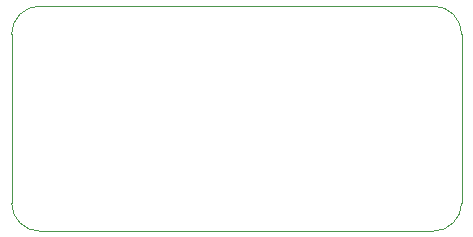
<source format=gbr>
G04 #@! TF.GenerationSoftware,KiCad,Pcbnew,(5.1.4)-1*
G04 #@! TF.CreationDate,2023-05-20T19:36:27-04:00*
G04 #@! TF.ProjectId,Sample,53616d70-6c65-42e6-9b69-6361645f7063,rev?*
G04 #@! TF.SameCoordinates,Original*
G04 #@! TF.FileFunction,Profile,NP*
%FSLAX46Y46*%
G04 Gerber Fmt 4.6, Leading zero omitted, Abs format (unit mm)*
G04 Created by KiCad (PCBNEW (5.1.4)-1) date 2023-05-20 19:36:27*
%MOMM*%
%LPD*%
G04 APERTURE LIST*
%ADD10C,0.050000*%
G04 APERTURE END LIST*
D10*
X157956250Y-88106250D02*
X157956250Y-102393750D01*
X157956250Y-102393750D02*
G75*
G02X155575000Y-104775000I-2381250J0D01*
G01*
X122237500Y-104775000D02*
X155575000Y-104775000D01*
X138906250Y-85725000D02*
X122237500Y-85725000D01*
X155575000Y-85725000D02*
G75*
G02X157956250Y-88106250I0J-2381250D01*
G01*
X138906250Y-85725000D02*
X155575000Y-85725000D01*
X119856250Y-88106250D02*
X119856250Y-102393750D01*
X122237500Y-104775000D02*
G75*
G02X119856250Y-102393750I0J2381250D01*
G01*
X119856250Y-88106250D02*
G75*
G02X122237500Y-85725000I2381250J0D01*
G01*
M02*

</source>
